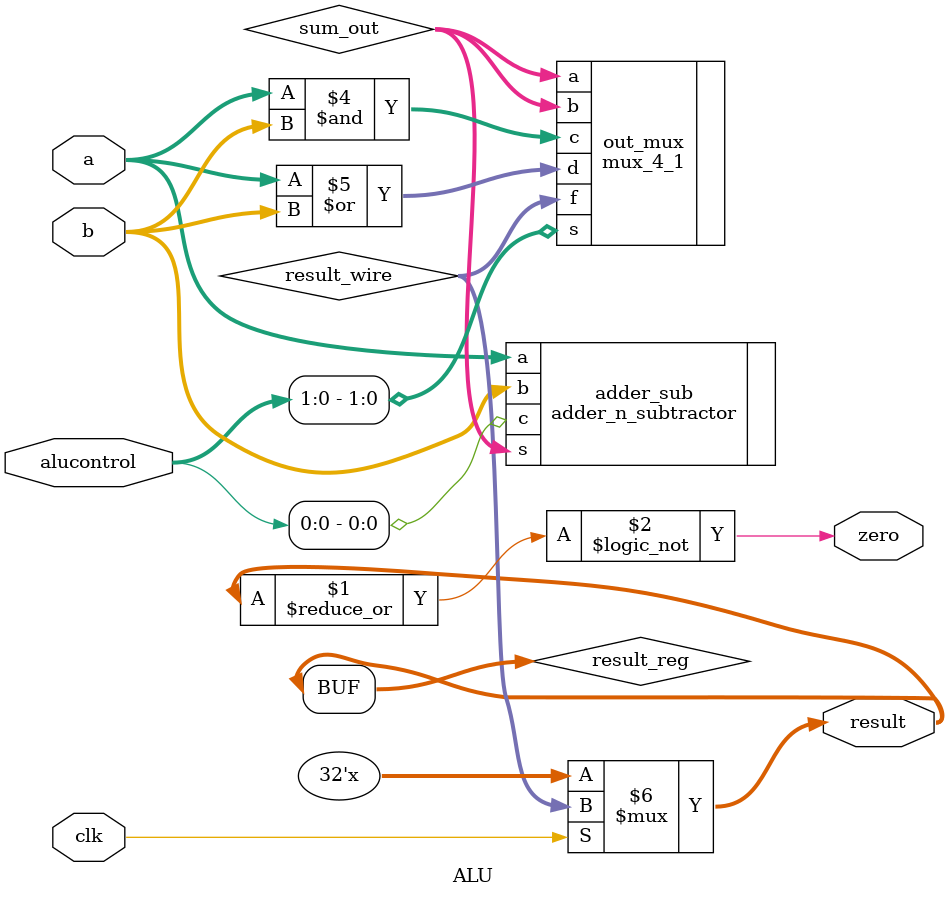
<source format=v>
module ALU 
#(
   parameter XLEN = 32
)

(
   clk,
   a,
   b,
   alucontrol,
   result,
   zero
);

input                   clk;
input      [XLEN-1:0]   a;
input      [XLEN-1:0]   b;
input      [2:0]        alucontrol;
output     [XLEN-1:0]   result;
output                  zero;

//=== Wire's, reg's and etc... ===
wire         [XLEN-1:0]  sum_out;

reg         [XLEN-1:0]  result_reg;
wire        [XLEN-1:0]  result_wire;

//=== Assignments ===
assign zero       = ~|result;    // NOR all bit's of result

assign result     = result_reg;  // 

always @(clk or result_wire)
begin
   if (clk)
      result_reg  <= result_wire;
end

//=== Instatiations ===
adder_n_subtractor adder_sub (
   .a       ( a[XLEN-1:0] ),
   .b       ( b[XLEN-1:0] ),
   .c       ( alucontrol[0] ),
   .s       ( sum_out[XLEN-1:0] )
);

mux_4_1 out_mux (
   .a       ( sum_out[XLEN-1:0] ),
   .b       ( sum_out[XLEN-1:0] ),
   .c       ( a & b ),
   .d       ( a | b ),
   .s       ( alucontrol[1:0] ),
   .f       ( result_wire )
);
endmodule 
</source>
